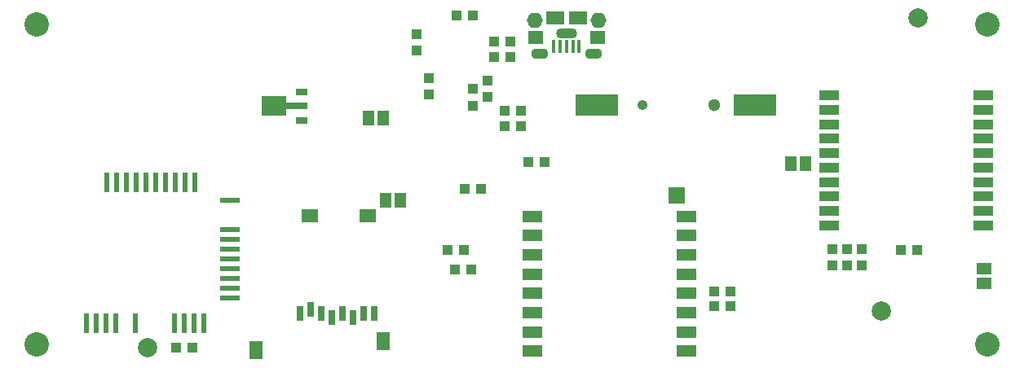
<source format=gbr>
G04 #@! TF.GenerationSoftware,KiCad,Pcbnew,(5.0.0)*
G04 #@! TF.CreationDate,2018-12-11T15:37:44-06:00*
G04 #@! TF.ProjectId,fk-core,666B2D636F72652E6B696361645F7063,0.1*
G04 #@! TF.SameCoordinates,PX791ddc0PY791ddc0*
G04 #@! TF.FileFunction,Soldermask,Bot*
G04 #@! TF.FilePolarity,Negative*
%FSLAX46Y46*%
G04 Gerber Fmt 4.6, Leading zero omitted, Abs format (unit mm)*
G04 Created by KiCad (PCBNEW (5.0.0)) date 12/11/18 15:37:44*
%MOMM*%
%LPD*%
G01*
G04 APERTURE LIST*
%ADD10R,1.600000X1.400000*%
%ADD11R,0.400000X1.350000*%
%ADD12R,1.900000X1.400000*%
%ADD13O,1.651000X1.600000*%
%ADD14O,1.800000X1.100000*%
%ADD15O,2.200000X1.100000*%
%ADD16R,2.100000X0.600000*%
%ADD17R,0.600000X2.100000*%
%ADD18R,0.698500X1.498600*%
%ADD19R,1.798320X1.399540*%
%ADD20R,1.399540X1.899920*%
%ADD21R,1.600200X1.168400*%
%ADD22R,1.100000X1.000000*%
%ADD23R,1.700000X1.700000*%
%ADD24R,1.998980X1.000760*%
%ADD25R,4.500000X2.300000*%
%ADD26C,1.050000*%
%ADD27C,1.300000*%
%ADD28C,2.000000*%
%ADD29R,1.000000X1.100000*%
%ADD30R,2.000000X1.300000*%
%ADD31R,1.168400X1.600200*%
%ADD32R,1.200000X0.800000*%
%ADD33R,2.200000X0.800000*%
%ADD34R,2.500000X2.000000*%
%ADD35C,2.540000*%
G04 APERTURE END LIST*
D10*
G04 #@! TO.C,J9*
X7361000Y14509000D03*
D11*
X4161000Y13589000D03*
D12*
X5361000Y16509000D03*
D13*
X861000Y16259000D03*
D12*
X2961000Y16509000D03*
D13*
X7461000Y16259000D03*
D11*
X3511000Y13589000D03*
X2861000Y13589000D03*
X4811000Y13589000D03*
X5461000Y13589000D03*
D10*
X961000Y14509000D03*
G04 #@! TD*
D14*
G04 #@! TO.C,J16*
X6991000Y12827000D03*
X1391000Y12827000D03*
D15*
X4191000Y14977000D03*
G04 #@! TD*
D16*
G04 #@! TO.C,U1*
X-30795100Y-5459730D03*
X-30795100Y-6475730D03*
X-30795100Y-7491731D03*
X-30795100Y-8507731D03*
X-30795100Y-9523730D03*
X-30795100Y-10539730D03*
X-30795100Y-11555730D03*
X-30795100Y-12571730D03*
X-30795100Y-2411730D03*
D17*
X-36514550Y-15242130D03*
X-35498550Y-15242130D03*
X-34482550Y-15242130D03*
X-33466550Y-15242130D03*
X-40578550Y-15242130D03*
X-42610553Y-15242130D03*
X-43626550Y-15242130D03*
X-44642550Y-15242130D03*
X-45658550Y-15242130D03*
X-34474330Y-511860D03*
X-35490330Y-511860D03*
X-36506330Y-511860D03*
X-37522330Y-511860D03*
X-38538330Y-511860D03*
X-39554330Y-511860D03*
X-40570330Y-511860D03*
X-41586334Y-511860D03*
X-42602334Y-511860D03*
X-43618330Y-511860D03*
G04 #@! TD*
D18*
G04 #@! TO.C,M7*
X-23477220Y-14193520D03*
X-22377400Y-13794740D03*
X-21277580Y-14193520D03*
X-20177760Y-14594840D03*
X-19077940Y-14193520D03*
X-17975580Y-14594840D03*
X-16875760Y-14193520D03*
X-15775940Y-14193520D03*
D19*
X-16476980Y-3995420D03*
X-22476460Y-3995420D03*
D20*
X-14876780Y-17094200D03*
X-28077160Y-17995900D03*
G04 #@! TD*
D21*
G04 #@! TO.C,J12*
X47498000Y-11049000D03*
X47498000Y-9525000D03*
G04 #@! TD*
D22*
G04 #@! TO.C,L3*
X40575600Y-7620000D03*
X38875600Y-7620000D03*
G04 #@! TD*
D23*
G04 #@! TO.C,J4*
X15621000Y-1905000D03*
G04 #@! TD*
D24*
G04 #@! TO.C,U10*
X31419800Y-5021580D03*
X31419800Y-3522980D03*
X31419800Y-2021840D03*
X31419800Y-523240D03*
X31419800Y977900D03*
X31419800Y2476500D03*
X31419800Y3977640D03*
X31419800Y5476240D03*
X31419800Y6977380D03*
X31419800Y8475980D03*
X47421800Y8475980D03*
X47421800Y6977380D03*
X47421800Y5476240D03*
X47421800Y3977640D03*
X47421800Y2476500D03*
X47421800Y977900D03*
X47421800Y-523240D03*
X47421800Y-2021840D03*
X47421800Y-3522980D03*
X47421800Y-5021580D03*
G04 #@! TD*
D25*
G04 #@! TO.C,BT1*
X23723600Y7518400D03*
X7323600Y7518400D03*
D26*
X12023600Y7518400D03*
D27*
X19473600Y7518400D03*
G04 #@! TD*
D22*
G04 #@! TO.C,C2*
X19470000Y-13462000D03*
X21170000Y-13462000D03*
G04 #@! TD*
G04 #@! TO.C,C5*
X-4738000Y-1270000D03*
X-6438000Y-1270000D03*
G04 #@! TD*
G04 #@! TO.C,C10*
X-7250000Y16790000D03*
X-5550000Y16790000D03*
G04 #@! TD*
G04 #@! TO.C,C15*
X-7454000Y-9652000D03*
X-5754000Y-9652000D03*
G04 #@! TD*
D28*
G04 #@! TO.C,M9*
X40640000Y16510000D03*
G04 #@! TD*
G04 #@! TO.C,M10*
X-39370000Y-17780000D03*
G04 #@! TD*
G04 #@! TO.C,M11*
X36830000Y-13970000D03*
G04 #@! TD*
D22*
G04 #@! TO.C,R1*
X-36410000Y-17780000D03*
X-34710000Y-17780000D03*
G04 #@! TD*
D29*
G04 #@! TO.C,R35*
X-10160000Y8548000D03*
X-10160000Y10248000D03*
G04 #@! TD*
G04 #@! TO.C,R36*
X-11430000Y14820000D03*
X-11430000Y13120000D03*
G04 #@! TD*
D30*
G04 #@! TO.C,U3*
X636000Y-18096000D03*
X636000Y-16096000D03*
X636000Y-14096000D03*
X636000Y-12096000D03*
X636000Y-10096000D03*
X636000Y-8096000D03*
X636000Y-6096000D03*
X636000Y-4096000D03*
X16636000Y-4096000D03*
X16636000Y-6096000D03*
X16636000Y-8096000D03*
X16636000Y-10096000D03*
X16636000Y-12096000D03*
X16636000Y-14096000D03*
X16636000Y-16096000D03*
X16636000Y-18096000D03*
G04 #@! TD*
D31*
G04 #@! TO.C,J2*
X-13081000Y-2413000D03*
X-14605000Y-2413000D03*
G04 #@! TD*
G04 #@! TO.C,J14*
X-16357600Y6146800D03*
X-14833600Y6146800D03*
G04 #@! TD*
D32*
G04 #@! TO.C,U14*
X-23345200Y8866000D03*
D33*
X-23845200Y7366000D03*
D32*
X-23345200Y5866000D03*
D34*
X-26195200Y7366000D03*
G04 #@! TD*
D29*
G04 #@! TO.C,C31*
X31750000Y-7532000D03*
X31750000Y-9232000D03*
G04 #@! TD*
G04 #@! TO.C,C32*
X34798000Y-9232000D03*
X34798000Y-7532000D03*
G04 #@! TD*
G04 #@! TO.C,C35*
X33274000Y-9232000D03*
X33274000Y-7532000D03*
G04 #@! TD*
D22*
G04 #@! TO.C,R15*
X-6516000Y-7620000D03*
X-8216000Y-7620000D03*
G04 #@! TD*
G04 #@! TO.C,C6*
X-570000Y6870000D03*
X-2270000Y6870000D03*
G04 #@! TD*
G04 #@! TO.C,C8*
X1877724Y1530695D03*
X177724Y1530695D03*
G04 #@! TD*
G04 #@! TO.C,C9*
X-2240000Y5320000D03*
X-540000Y5320000D03*
G04 #@! TD*
G04 #@! TO.C,C13*
X19470000Y-11938000D03*
X21170000Y-11938000D03*
G04 #@! TD*
G04 #@! TO.C,C14*
X-3339276Y12452695D03*
X-1639276Y12452695D03*
G04 #@! TD*
D31*
G04 #@! TO.C,J1*
X28956000Y1397000D03*
X27432000Y1397000D03*
G04 #@! TD*
D35*
G04 #@! TO.C,M1*
X47865000Y-17365000D03*
G04 #@! TD*
G04 #@! TO.C,M3*
X-50865000Y-17365000D03*
G04 #@! TD*
G04 #@! TO.C,M4*
X47865000Y15865000D03*
G04 #@! TD*
G04 #@! TO.C,M6*
X-50865000Y15865000D03*
G04 #@! TD*
D29*
G04 #@! TO.C,R26*
X-5588000Y9144000D03*
X-5588000Y7444000D03*
G04 #@! TD*
G04 #@! TO.C,R27*
X-4064000Y10033000D03*
X-4064000Y8333000D03*
G04 #@! TD*
D22*
G04 #@! TO.C,R31*
X-1639276Y14103695D03*
X-3339276Y14103695D03*
G04 #@! TD*
M02*

</source>
